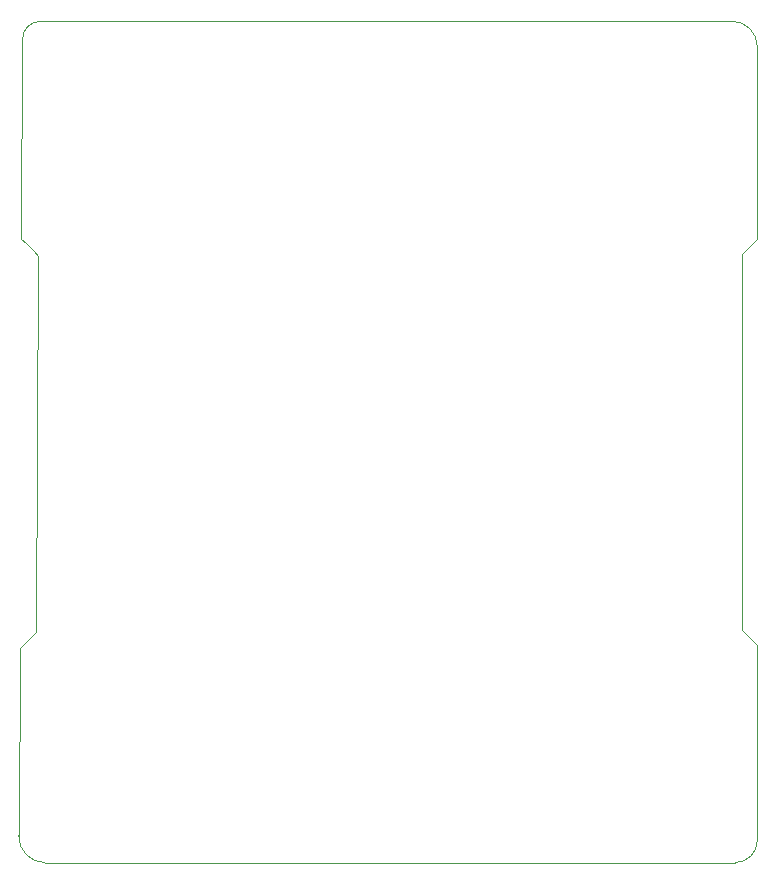
<source format=gm1>
G04*
G04 #@! TF.GenerationSoftware,Altium Limited,Altium Designer,24.7.2 (38)*
G04*
G04 Layer_Color=0*
%FSLAX42Y42*%
%MOMM*%
G71*
G04*
G04 #@! TF.SameCoordinates,CE458257-ED55-464B-8F26-E5EFE0AAFCD9*
G04*
G04*
G04 #@! TF.FilePolarity,Positive*
G04*
G01*
G75*
%ADD45C,0.03*%
D45*
X6178Y2973D02*
X6186Y4561D01*
X6327Y4701D01*
X6343Y7881D01*
X6304Y7920D01*
X6236Y7989D01*
X6202Y8023D01*
X6210Y9715D01*
D02*
G02*
X6363Y9868I153J0D01*
G01*
X12217D01*
D02*
G02*
X12433Y9652I0J-216D01*
G01*
X12433Y8023D01*
X12306Y7896D01*
Y4715D01*
X12433Y4588D01*
Y2934D01*
D02*
G02*
X12243Y2743I-190J0D01*
G01*
X6403Y2743D01*
D02*
G02*
X6178Y2973I2J227D01*
G01*
M02*

</source>
